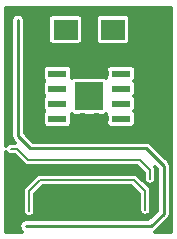
<source format=gbr>
G04 #@! TF.FileFunction,Copper,L1,Top,Signal*
%FSLAX46Y46*%
G04 Gerber Fmt 4.6, Leading zero omitted, Abs format (unit mm)*
G04 Created by KiCad (PCBNEW 4.0.7-e2-6376~60~ubuntu17.10.1) date Sat Mar 31 13:22:18 2018*
%MOMM*%
%LPD*%
G01*
G04 APERTURE LIST*
%ADD10C,0.100000*%
%ADD11R,2.000000X1.700000*%
%ADD12R,1.550000X0.600000*%
%ADD13R,1.175000X1.175000*%
%ADD14C,0.150000*%
%ADD15C,0.250000*%
%ADD16C,0.300000*%
G04 APERTURE END LIST*
D10*
D11*
X5703820Y17792700D03*
X9703820Y17792700D03*
D12*
X5003820Y14053820D03*
X5003820Y12783820D03*
X5003820Y11513820D03*
X5003820Y10243820D03*
X10403820Y10243820D03*
X10403820Y11513820D03*
X10403820Y12783820D03*
X10403820Y14053820D03*
D13*
X8291320Y11561320D03*
X8291320Y12736320D03*
X7116320Y11561320D03*
X7116320Y12736320D03*
D14*
X2618740Y2425700D02*
X2618740Y4102100D01*
X12453620Y4102100D02*
X12453620Y2537460D01*
X11503660Y5052060D02*
X12453620Y4102100D01*
X3568700Y5052060D02*
X11503660Y5052060D01*
X2618740Y4102100D02*
X3568700Y5052060D01*
X1109980Y7678420D02*
X1612900Y7678420D01*
X12844780Y5890260D02*
X12844780Y5163820D01*
X11978640Y6756400D02*
X12844780Y5890260D01*
X2534920Y6756400D02*
X11978640Y6756400D01*
X1612900Y7678420D02*
X2534920Y6756400D01*
D15*
X1668780Y18575020D02*
X1668780Y8796020D01*
X12956540Y1140460D02*
X2339340Y1140460D01*
X14018260Y2202180D02*
X12956540Y1140460D01*
X14018260Y6225540D02*
X14018260Y2202180D01*
X12509500Y7734300D02*
X14018260Y6225540D01*
X2730500Y7734300D02*
X12509500Y7734300D01*
X1668780Y8796020D02*
X2730500Y7734300D01*
D16*
G36*
X738749Y7307189D02*
X909071Y7193383D01*
X1109980Y7153420D01*
X1395438Y7153420D01*
X2163689Y6385169D01*
X2334011Y6271363D01*
X2534920Y6231400D01*
X11761178Y6231400D01*
X12319780Y5672798D01*
X12319780Y5163820D01*
X12359743Y4962911D01*
X12409022Y4889160D01*
X11874891Y5423291D01*
X11704569Y5537097D01*
X11503660Y5577060D01*
X3568700Y5577060D01*
X3367791Y5537097D01*
X3197469Y5423291D01*
X2247509Y4473331D01*
X2133703Y4303009D01*
X2093740Y4102100D01*
X2093740Y2425700D01*
X2133703Y2224791D01*
X2247509Y2054469D01*
X2417831Y1940663D01*
X2618740Y1900700D01*
X2819649Y1940663D01*
X2989971Y2054469D01*
X3103777Y2224791D01*
X3143740Y2425700D01*
X3143740Y3884638D01*
X3786162Y4527060D01*
X11286198Y4527060D01*
X11928620Y3884638D01*
X11928620Y2537460D01*
X11968583Y2336551D01*
X12082389Y2166229D01*
X12252711Y2052423D01*
X12453620Y2012460D01*
X12654529Y2052423D01*
X12824851Y2166229D01*
X12938657Y2336551D01*
X12978620Y2537460D01*
X12978620Y4102100D01*
X12938657Y4303009D01*
X12824851Y4473331D01*
X12570120Y4728062D01*
X12643871Y4678783D01*
X12844780Y4638820D01*
X13045689Y4678783D01*
X13216011Y4792589D01*
X13329817Y4962911D01*
X13369780Y5163820D01*
X13369780Y5890260D01*
X13329817Y6091169D01*
X13310403Y6120225D01*
X13443260Y5987367D01*
X13443260Y2440353D01*
X12718368Y1715460D01*
X2339340Y1715460D01*
X2119297Y1671691D01*
X1932754Y1547046D01*
X1808109Y1360503D01*
X1764340Y1140460D01*
X1808109Y920417D01*
X1932754Y733874D01*
X1998625Y689860D01*
X659820Y689860D01*
X659820Y7425314D01*
X738749Y7307189D01*
X738749Y7307189D01*
G37*
X738749Y7307189D02*
X909071Y7193383D01*
X1109980Y7153420D01*
X1395438Y7153420D01*
X2163689Y6385169D01*
X2334011Y6271363D01*
X2534920Y6231400D01*
X11761178Y6231400D01*
X12319780Y5672798D01*
X12319780Y5163820D01*
X12359743Y4962911D01*
X12409022Y4889160D01*
X11874891Y5423291D01*
X11704569Y5537097D01*
X11503660Y5577060D01*
X3568700Y5577060D01*
X3367791Y5537097D01*
X3197469Y5423291D01*
X2247509Y4473331D01*
X2133703Y4303009D01*
X2093740Y4102100D01*
X2093740Y2425700D01*
X2133703Y2224791D01*
X2247509Y2054469D01*
X2417831Y1940663D01*
X2618740Y1900700D01*
X2819649Y1940663D01*
X2989971Y2054469D01*
X3103777Y2224791D01*
X3143740Y2425700D01*
X3143740Y3884638D01*
X3786162Y4527060D01*
X11286198Y4527060D01*
X11928620Y3884638D01*
X11928620Y2537460D01*
X11968583Y2336551D01*
X12082389Y2166229D01*
X12252711Y2052423D01*
X12453620Y2012460D01*
X12654529Y2052423D01*
X12824851Y2166229D01*
X12938657Y2336551D01*
X12978620Y2537460D01*
X12978620Y4102100D01*
X12938657Y4303009D01*
X12824851Y4473331D01*
X12570120Y4728062D01*
X12643871Y4678783D01*
X12844780Y4638820D01*
X13045689Y4678783D01*
X13216011Y4792589D01*
X13329817Y4962911D01*
X13369780Y5163820D01*
X13369780Y5890260D01*
X13329817Y6091169D01*
X13310403Y6120225D01*
X13443260Y5987367D01*
X13443260Y2440353D01*
X12718368Y1715460D01*
X2339340Y1715460D01*
X2119297Y1671691D01*
X1932754Y1547046D01*
X1808109Y1360503D01*
X1764340Y1140460D01*
X1808109Y920417D01*
X1932754Y733874D01*
X1998625Y689860D01*
X659820Y689860D01*
X659820Y7425314D01*
X738749Y7307189D01*
G36*
X14609820Y689860D02*
X13297255Y689860D01*
X13363126Y733874D01*
X14424847Y1795594D01*
X14549491Y1982137D01*
X14593260Y2202180D01*
X14593260Y6225540D01*
X14549491Y6445583D01*
X14424847Y6632126D01*
X12916086Y8140886D01*
X12729543Y8265531D01*
X12509500Y8309300D01*
X2968673Y8309300D01*
X2243780Y9034192D01*
X2243780Y14445319D01*
X3768820Y14445319D01*
X3768820Y14173820D01*
X3770004Y14172636D01*
X3770004Y13935004D01*
X3768820Y13933820D01*
X3768820Y13662321D01*
X3838851Y13493251D01*
X3913282Y13418820D01*
X3838851Y13344389D01*
X3768820Y13175319D01*
X3768820Y12903820D01*
X3770004Y12902636D01*
X3770004Y12665004D01*
X3768820Y12663820D01*
X3768820Y12392321D01*
X3838851Y12223251D01*
X3913282Y12148820D01*
X3838851Y12074389D01*
X3768820Y11905319D01*
X3768820Y11633820D01*
X3770004Y11632636D01*
X3770004Y11395004D01*
X3768820Y11393820D01*
X3768820Y11122321D01*
X3838851Y10953251D01*
X3913282Y10878820D01*
X3838851Y10804389D01*
X3768820Y10635319D01*
X3768820Y10363820D01*
X3770004Y10362636D01*
X3770004Y10125004D01*
X3768820Y10123820D01*
X3768820Y9852321D01*
X3838851Y9683251D01*
X3968251Y9553851D01*
X4137320Y9483820D01*
X4883820Y9483820D01*
X4885004Y9485004D01*
X5122636Y9485004D01*
X5123820Y9483820D01*
X5870320Y9483820D01*
X6039389Y9553851D01*
X6168789Y9683251D01*
X6238820Y9852321D01*
X6238820Y10123820D01*
X6237636Y10125004D01*
X6237636Y10362636D01*
X6238820Y10363820D01*
X6238820Y10613282D01*
X6268251Y10583851D01*
X6437320Y10513820D01*
X6996320Y10513820D01*
X6997504Y10515004D01*
X7235136Y10515004D01*
X7236320Y10513820D01*
X8171320Y10513820D01*
X8172504Y10515004D01*
X8410136Y10515004D01*
X8411320Y10513820D01*
X8970320Y10513820D01*
X9139389Y10583851D01*
X9168820Y10613282D01*
X9168820Y10363820D01*
X9170004Y10362636D01*
X9170004Y10125004D01*
X9168820Y10123820D01*
X9168820Y9852321D01*
X9238851Y9683251D01*
X9368251Y9553851D01*
X9537320Y9483820D01*
X10283820Y9483820D01*
X10285004Y9485004D01*
X10522636Y9485004D01*
X10523820Y9483820D01*
X11270320Y9483820D01*
X11439389Y9553851D01*
X11568789Y9683251D01*
X11638820Y9852321D01*
X11638820Y10123820D01*
X11637636Y10125004D01*
X11637636Y10362636D01*
X11638820Y10363820D01*
X11638820Y10635319D01*
X11568789Y10804389D01*
X11494358Y10878820D01*
X11568789Y10953251D01*
X11638820Y11122321D01*
X11638820Y11393820D01*
X11637636Y11395004D01*
X11637636Y11632636D01*
X11638820Y11633820D01*
X11638820Y11905319D01*
X11568789Y12074389D01*
X11494358Y12148820D01*
X11568789Y12223251D01*
X11638820Y12392321D01*
X11638820Y12663820D01*
X11637636Y12665004D01*
X11637636Y12902636D01*
X11638820Y12903820D01*
X11638820Y13175319D01*
X11568789Y13344389D01*
X11494358Y13418820D01*
X11568789Y13493251D01*
X11638820Y13662321D01*
X11638820Y13933820D01*
X11637636Y13935004D01*
X11637636Y14172636D01*
X11638820Y14173820D01*
X11638820Y14445319D01*
X11568789Y14614389D01*
X11439389Y14743789D01*
X11270320Y14813820D01*
X10523820Y14813820D01*
X10522636Y14812636D01*
X10285004Y14812636D01*
X10283820Y14813820D01*
X9537320Y14813820D01*
X9368251Y14743789D01*
X9238851Y14614389D01*
X9168820Y14445319D01*
X9168820Y14173820D01*
X9170004Y14172636D01*
X9170004Y13935004D01*
X9168820Y13933820D01*
X9168820Y13684358D01*
X9139389Y13713789D01*
X8970320Y13783820D01*
X8411320Y13783820D01*
X8410136Y13782636D01*
X8172504Y13782636D01*
X8171320Y13783820D01*
X7236320Y13783820D01*
X7235136Y13782636D01*
X6997504Y13782636D01*
X6996320Y13783820D01*
X6437320Y13783820D01*
X6268251Y13713789D01*
X6238820Y13684358D01*
X6238820Y13933820D01*
X6237636Y13935004D01*
X6237636Y14172636D01*
X6238820Y14173820D01*
X6238820Y14445319D01*
X6168789Y14614389D01*
X6039389Y14743789D01*
X5870320Y14813820D01*
X5123820Y14813820D01*
X5122636Y14812636D01*
X4885004Y14812636D01*
X4883820Y14813820D01*
X4137320Y14813820D01*
X3968251Y14743789D01*
X3838851Y14614389D01*
X3768820Y14445319D01*
X2243780Y14445319D01*
X2243780Y18575020D01*
X2212118Y18734199D01*
X4243820Y18734199D01*
X4243820Y17912700D01*
X4245004Y17911516D01*
X4245004Y17673884D01*
X4243820Y17672700D01*
X4243820Y16851201D01*
X4313851Y16682131D01*
X4443251Y16552731D01*
X4612320Y16482700D01*
X5583820Y16482700D01*
X5585004Y16483884D01*
X5822636Y16483884D01*
X5823820Y16482700D01*
X6795320Y16482700D01*
X6964389Y16552731D01*
X7093789Y16682131D01*
X7163820Y16851201D01*
X7163820Y17672700D01*
X7162636Y17673884D01*
X7162636Y17911516D01*
X7163820Y17912700D01*
X7163820Y18734199D01*
X8243820Y18734199D01*
X8243820Y17912700D01*
X8245004Y17911516D01*
X8245004Y17673884D01*
X8243820Y17672700D01*
X8243820Y16851201D01*
X8313851Y16682131D01*
X8443251Y16552731D01*
X8612320Y16482700D01*
X9583820Y16482700D01*
X9585004Y16483884D01*
X9822636Y16483884D01*
X9823820Y16482700D01*
X10795320Y16482700D01*
X10964389Y16552731D01*
X11093789Y16682131D01*
X11163820Y16851201D01*
X11163820Y17672700D01*
X11162636Y17673884D01*
X11162636Y17911516D01*
X11163820Y17912700D01*
X11163820Y18734199D01*
X11093789Y18903269D01*
X10964389Y19032669D01*
X10795320Y19102700D01*
X9823820Y19102700D01*
X9822636Y19101516D01*
X9585004Y19101516D01*
X9583820Y19102700D01*
X8612320Y19102700D01*
X8443251Y19032669D01*
X8313851Y18903269D01*
X8243820Y18734199D01*
X7163820Y18734199D01*
X7093789Y18903269D01*
X6964389Y19032669D01*
X6795320Y19102700D01*
X5823820Y19102700D01*
X5822636Y19101516D01*
X5585004Y19101516D01*
X5583820Y19102700D01*
X4612320Y19102700D01*
X4443251Y19032669D01*
X4313851Y18903269D01*
X4243820Y18734199D01*
X2212118Y18734199D01*
X2200011Y18795063D01*
X2075366Y18981606D01*
X1888823Y19106251D01*
X1668780Y19150020D01*
X1448737Y19106251D01*
X1262194Y18981606D01*
X1137549Y18795063D01*
X1093780Y18575020D01*
X1093780Y8796020D01*
X1137549Y8575977D01*
X1262194Y8389434D01*
X1448208Y8203420D01*
X1109980Y8203420D01*
X909071Y8163457D01*
X738749Y8049651D01*
X659820Y7931526D01*
X659820Y19639860D01*
X14609820Y19639860D01*
X14609820Y689860D01*
X14609820Y689860D01*
G37*
X14609820Y689860D02*
X13297255Y689860D01*
X13363126Y733874D01*
X14424847Y1795594D01*
X14549491Y1982137D01*
X14593260Y2202180D01*
X14593260Y6225540D01*
X14549491Y6445583D01*
X14424847Y6632126D01*
X12916086Y8140886D01*
X12729543Y8265531D01*
X12509500Y8309300D01*
X2968673Y8309300D01*
X2243780Y9034192D01*
X2243780Y14445319D01*
X3768820Y14445319D01*
X3768820Y14173820D01*
X3770004Y14172636D01*
X3770004Y13935004D01*
X3768820Y13933820D01*
X3768820Y13662321D01*
X3838851Y13493251D01*
X3913282Y13418820D01*
X3838851Y13344389D01*
X3768820Y13175319D01*
X3768820Y12903820D01*
X3770004Y12902636D01*
X3770004Y12665004D01*
X3768820Y12663820D01*
X3768820Y12392321D01*
X3838851Y12223251D01*
X3913282Y12148820D01*
X3838851Y12074389D01*
X3768820Y11905319D01*
X3768820Y11633820D01*
X3770004Y11632636D01*
X3770004Y11395004D01*
X3768820Y11393820D01*
X3768820Y11122321D01*
X3838851Y10953251D01*
X3913282Y10878820D01*
X3838851Y10804389D01*
X3768820Y10635319D01*
X3768820Y10363820D01*
X3770004Y10362636D01*
X3770004Y10125004D01*
X3768820Y10123820D01*
X3768820Y9852321D01*
X3838851Y9683251D01*
X3968251Y9553851D01*
X4137320Y9483820D01*
X4883820Y9483820D01*
X4885004Y9485004D01*
X5122636Y9485004D01*
X5123820Y9483820D01*
X5870320Y9483820D01*
X6039389Y9553851D01*
X6168789Y9683251D01*
X6238820Y9852321D01*
X6238820Y10123820D01*
X6237636Y10125004D01*
X6237636Y10362636D01*
X6238820Y10363820D01*
X6238820Y10613282D01*
X6268251Y10583851D01*
X6437320Y10513820D01*
X6996320Y10513820D01*
X6997504Y10515004D01*
X7235136Y10515004D01*
X7236320Y10513820D01*
X8171320Y10513820D01*
X8172504Y10515004D01*
X8410136Y10515004D01*
X8411320Y10513820D01*
X8970320Y10513820D01*
X9139389Y10583851D01*
X9168820Y10613282D01*
X9168820Y10363820D01*
X9170004Y10362636D01*
X9170004Y10125004D01*
X9168820Y10123820D01*
X9168820Y9852321D01*
X9238851Y9683251D01*
X9368251Y9553851D01*
X9537320Y9483820D01*
X10283820Y9483820D01*
X10285004Y9485004D01*
X10522636Y9485004D01*
X10523820Y9483820D01*
X11270320Y9483820D01*
X11439389Y9553851D01*
X11568789Y9683251D01*
X11638820Y9852321D01*
X11638820Y10123820D01*
X11637636Y10125004D01*
X11637636Y10362636D01*
X11638820Y10363820D01*
X11638820Y10635319D01*
X11568789Y10804389D01*
X11494358Y10878820D01*
X11568789Y10953251D01*
X11638820Y11122321D01*
X11638820Y11393820D01*
X11637636Y11395004D01*
X11637636Y11632636D01*
X11638820Y11633820D01*
X11638820Y11905319D01*
X11568789Y12074389D01*
X11494358Y12148820D01*
X11568789Y12223251D01*
X11638820Y12392321D01*
X11638820Y12663820D01*
X11637636Y12665004D01*
X11637636Y12902636D01*
X11638820Y12903820D01*
X11638820Y13175319D01*
X11568789Y13344389D01*
X11494358Y13418820D01*
X11568789Y13493251D01*
X11638820Y13662321D01*
X11638820Y13933820D01*
X11637636Y13935004D01*
X11637636Y14172636D01*
X11638820Y14173820D01*
X11638820Y14445319D01*
X11568789Y14614389D01*
X11439389Y14743789D01*
X11270320Y14813820D01*
X10523820Y14813820D01*
X10522636Y14812636D01*
X10285004Y14812636D01*
X10283820Y14813820D01*
X9537320Y14813820D01*
X9368251Y14743789D01*
X9238851Y14614389D01*
X9168820Y14445319D01*
X9168820Y14173820D01*
X9170004Y14172636D01*
X9170004Y13935004D01*
X9168820Y13933820D01*
X9168820Y13684358D01*
X9139389Y13713789D01*
X8970320Y13783820D01*
X8411320Y13783820D01*
X8410136Y13782636D01*
X8172504Y13782636D01*
X8171320Y13783820D01*
X7236320Y13783820D01*
X7235136Y13782636D01*
X6997504Y13782636D01*
X6996320Y13783820D01*
X6437320Y13783820D01*
X6268251Y13713789D01*
X6238820Y13684358D01*
X6238820Y13933820D01*
X6237636Y13935004D01*
X6237636Y14172636D01*
X6238820Y14173820D01*
X6238820Y14445319D01*
X6168789Y14614389D01*
X6039389Y14743789D01*
X5870320Y14813820D01*
X5123820Y14813820D01*
X5122636Y14812636D01*
X4885004Y14812636D01*
X4883820Y14813820D01*
X4137320Y14813820D01*
X3968251Y14743789D01*
X3838851Y14614389D01*
X3768820Y14445319D01*
X2243780Y14445319D01*
X2243780Y18575020D01*
X2212118Y18734199D01*
X4243820Y18734199D01*
X4243820Y17912700D01*
X4245004Y17911516D01*
X4245004Y17673884D01*
X4243820Y17672700D01*
X4243820Y16851201D01*
X4313851Y16682131D01*
X4443251Y16552731D01*
X4612320Y16482700D01*
X5583820Y16482700D01*
X5585004Y16483884D01*
X5822636Y16483884D01*
X5823820Y16482700D01*
X6795320Y16482700D01*
X6964389Y16552731D01*
X7093789Y16682131D01*
X7163820Y16851201D01*
X7163820Y17672700D01*
X7162636Y17673884D01*
X7162636Y17911516D01*
X7163820Y17912700D01*
X7163820Y18734199D01*
X8243820Y18734199D01*
X8243820Y17912700D01*
X8245004Y17911516D01*
X8245004Y17673884D01*
X8243820Y17672700D01*
X8243820Y16851201D01*
X8313851Y16682131D01*
X8443251Y16552731D01*
X8612320Y16482700D01*
X9583820Y16482700D01*
X9585004Y16483884D01*
X9822636Y16483884D01*
X9823820Y16482700D01*
X10795320Y16482700D01*
X10964389Y16552731D01*
X11093789Y16682131D01*
X11163820Y16851201D01*
X11163820Y17672700D01*
X11162636Y17673884D01*
X11162636Y17911516D01*
X11163820Y17912700D01*
X11163820Y18734199D01*
X11093789Y18903269D01*
X10964389Y19032669D01*
X10795320Y19102700D01*
X9823820Y19102700D01*
X9822636Y19101516D01*
X9585004Y19101516D01*
X9583820Y19102700D01*
X8612320Y19102700D01*
X8443251Y19032669D01*
X8313851Y18903269D01*
X8243820Y18734199D01*
X7163820Y18734199D01*
X7093789Y18903269D01*
X6964389Y19032669D01*
X6795320Y19102700D01*
X5823820Y19102700D01*
X5822636Y19101516D01*
X5585004Y19101516D01*
X5583820Y19102700D01*
X4612320Y19102700D01*
X4443251Y19032669D01*
X4313851Y18903269D01*
X4243820Y18734199D01*
X2212118Y18734199D01*
X2200011Y18795063D01*
X2075366Y18981606D01*
X1888823Y19106251D01*
X1668780Y19150020D01*
X1448737Y19106251D01*
X1262194Y18981606D01*
X1137549Y18795063D01*
X1093780Y18575020D01*
X1093780Y8796020D01*
X1137549Y8575977D01*
X1262194Y8389434D01*
X1448208Y8203420D01*
X1109980Y8203420D01*
X909071Y8163457D01*
X738749Y8049651D01*
X659820Y7931526D01*
X659820Y19639860D01*
X14609820Y19639860D01*
X14609820Y689860D01*
M02*

</source>
